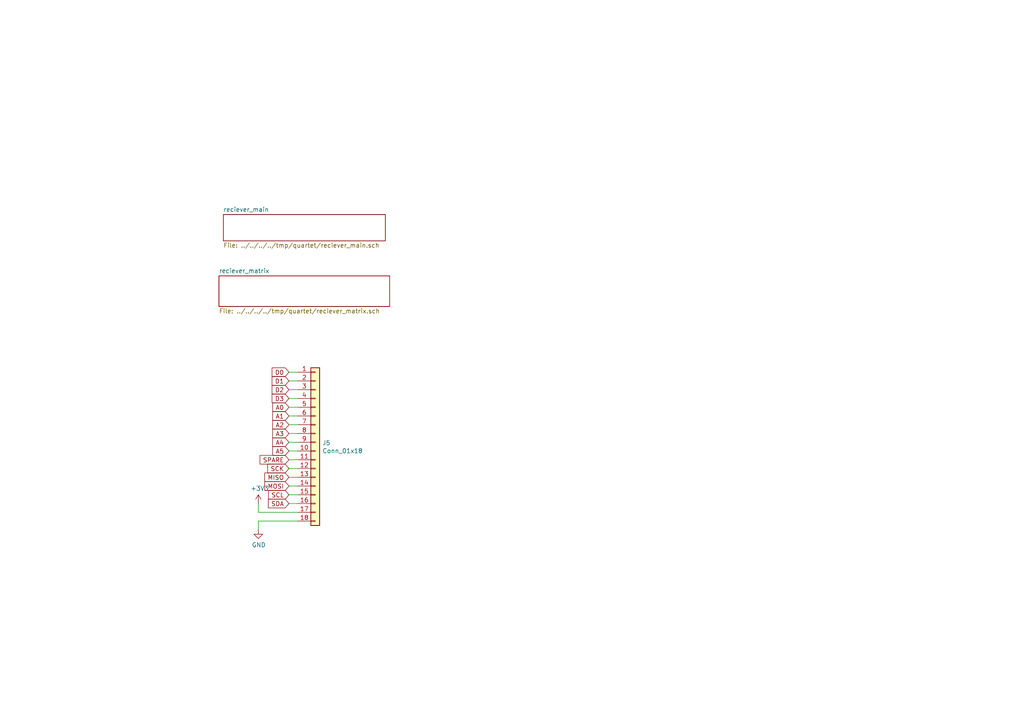
<source format=kicad_sch>
(kicad_sch (version 20230121) (generator eeschema)
  (paper "A4")
  (lib_symbols
    (symbol "Connector_Generic:Conn_01x18" (pin_names (offset 1.016) hide)
      (property "Reference" "J" (at 0 22.86 0))
      (property "Value" "Conn_01x18" (at 0 -25.4 0))
      (symbol "Conn_01x18_1_1"
        (rectangle (start -1.27 -22.733) (end 0 -22.987) (stroke (width 0.1524)))
        (rectangle (start -1.27 -20.193) (end 0 -20.447) (stroke (width 0.1524)))
        (rectangle (start -1.27 -17.653) (end 0 -17.907) (stroke (width 0.1524)))
        (rectangle (start -1.27 -15.113) (end 0 -15.367) (stroke (width 0.1524)))
        (rectangle (start -1.27 -12.573) (end 0 -12.827) (stroke (width 0.1524)))
        (rectangle (start -1.27 -10.033) (end 0 -10.287) (stroke (width 0.1524)))
        (rectangle (start -1.27 -7.493) (end 0 -7.747) (stroke (width 0.1524)))
        (rectangle (start -1.27 -4.953) (end 0 -5.207) (stroke (width 0.1524)))
        (rectangle (start -1.27 -2.413) (end 0 -2.667) (stroke (width 0.1524)))
        (rectangle (start -1.27 0.127) (end 0 -0.127) (stroke (width 0.1524)))
        (rectangle (start -1.27 2.667) (end 0 2.413) (stroke (width 0.1524)))
        (rectangle (start -1.27 5.207) (end 0 4.953) (stroke (width 0.1524)))
        (rectangle (start -1.27 7.747) (end 0 7.493) (stroke (width 0.1524)))
        (rectangle (start -1.27 10.287) (end 0 10.033) (stroke (width 0.1524)))
        (rectangle (start -1.27 12.827) (end 0 12.573) (stroke (width 0.1524)))
        (rectangle (start -1.27 15.367) (end 0 15.113) (stroke (width 0.1524)))
        (rectangle (start -1.27 17.907) (end 0 17.653) (stroke (width 0.1524)))
        (rectangle (start -1.27 20.447) (end 0 20.193) (stroke (width 0.1524)))
        (rectangle (start -1.27 21.59) (end 1.27 -24.13) (stroke (width 0.254)) (fill (type background)))
        (pin passive line (at -5.08 20.32 0) (length 3.81) (name "Pin_1") (number "1"))
        (pin passive line (at -5.08 -2.54 0) (length 3.81) (name "Pin_10") (number "10"))
        (pin passive line (at -5.08 -5.08 0) (length 3.81) (name "Pin_11") (number "11"))
        (pin passive line (at -5.08 -7.62 0) (length 3.81) (name "Pin_12") (number "12"))
        (pin passive line (at -5.08 -10.16 0) (length 3.81) (name "Pin_13") (number "13"))
        (pin passive line (at -5.08 -12.7 0) (length 3.81) (name "Pin_14") (number "14"))
        (pin passive line (at -5.08 -15.24 0) (length 3.81) (name "Pin_15") (number "15"))
        (pin passive line (at -5.08 -17.78 0) (length 3.81) (name "Pin_16") (number "16"))
        (pin passive line (at -5.08 -20.32 0) (length 3.81) (name "Pin_17") (number "17"))
        (pin passive line (at -5.08 -22.86 0) (length 3.81) (name "Pin_18") (number "18"))
        (pin passive line (at -5.08 17.78 0) (length 3.81) (name "Pin_2") (number "2"))
        (pin passive line (at -5.08 15.24 0) (length 3.81) (name "Pin_3") (number "3"))
        (pin passive line (at -5.08 12.7 0) (length 3.81) (name "Pin_4") (number "4"))
        (pin passive line (at -5.08 10.16 0) (length 3.81) (name "Pin_5") (number "5"))
        (pin passive line (at -5.08 7.62 0) (length 3.81) (name "Pin_6") (number "6"))
        (pin passive line (at -5.08 5.08 0) (length 3.81) (name "Pin_7") (number "7"))
        (pin passive line (at -5.08 2.54 0) (length 3.81) (name "Pin_8") (number "8"))
        (pin passive line (at -5.08 0 0) (length 3.81) (name "Pin_9") (number "9"))
      )
    )
    (symbol "power:+3V3" (power) (pin_names (offset 0))
      (property "Value" "+3V3" (at 0 3.556 0))
      (symbol "+3V3_0_1"
        (polyline (pts (xy -0.762 1.27) (xy 0 2.54)))
        (polyline (pts (xy 0 0) (xy 0 2.54)))
        (polyline (pts (xy 0 2.54) (xy 0.762 1.27)))
      )
      (symbol "+3V3_1_1"
        (pin power_in line (at 0 0 90) (length 0) hide (name "+3V3") (number "1"))
      )
    )
    (symbol "power:GND" (power) (pin_names (offset 0))
      (property "Value" "GND" (at 0 -3.81 0))
      (symbol "GND_0_1"
        (polyline (pts (xy 0 0) (xy 0 -1.27) (xy 1.27 -1.27) (xy 0 -2.54) (xy -1.27 -1.27) (xy 0 -1.27)))
      )
      (symbol "GND_1_1"
        (pin power_in line (at 0 0 270) (length 0) hide (name "GND") (number "1"))
      )
    )
  )
  (wire (pts (xy 74.93 151.13) (xy 74.93 153.67)))
  (wire (pts (xy 86.36 130.81) (xy 83.82 130.81)))
  (wire (pts (xy 86.36 115.57) (xy 83.82 115.57)))
  (wire (pts (xy 86.36 120.65) (xy 83.82 120.65)))
  (wire (pts (xy 83.82 118.11) (xy 86.36 118.11)))
  (wire (pts (xy 83.82 140.97) (xy 86.36 140.97)))
  (wire (pts (xy 83.82 143.51) (xy 86.36 143.51)))
  (wire (pts (xy 86.36 110.49) (xy 83.82 110.49)))
  (wire (pts (xy 83.82 133.35) (xy 86.36 133.35)))
  (wire (pts (xy 83.82 128.27) (xy 86.36 128.27)))
  (wire (pts (xy 74.93 148.59) (xy 86.36 148.59)))
  (wire (pts (xy 83.82 107.95) (xy 86.36 107.95)))
  (wire (pts (xy 83.82 135.89) (xy 86.36 135.89)))
  (wire (pts (xy 83.82 146.05) (xy 86.36 146.05)))
  (wire (pts (xy 74.93 148.59) (xy 74.93 146.05)))
  (wire (pts (xy 86.36 125.73) (xy 83.82 125.73)))
  (wire (pts (xy 83.82 113.03) (xy 86.36 113.03)))
  (wire (pts (xy 74.93 151.13) (xy 86.36 151.13)))
  (wire (pts (xy 83.82 138.43) (xy 86.36 138.43)))
  (wire (pts (xy 83.82 123.19) (xy 86.36 123.19)))
  (global_label "SCK" (shape input) (at 83.82 135.89 180) (property "Intersheetrefs" "${INTERSHEET_REFS}" (effects hide)))
  (global_label "SDA" (shape input) (at 83.82 146.05 180) (property "Intersheetrefs" "${INTERSHEET_REFS}" (effects hide)))
  (global_label "D1" (shape input) (at 83.82 110.49 180) (property "Intersheetrefs" "${INTERSHEET_REFS}" (effects hide)))
  (global_label "D3" (shape input) (at 83.82 115.57 180) (property "Intersheetrefs" "${INTERSHEET_REFS}" (effects hide)))
  (global_label "A1" (shape input) (at 83.82 120.65 180) (property "Intersheetrefs" "${INTERSHEET_REFS}" (effects hide)))
  (global_label "D0" (shape input) (at 83.82 107.95 180) (property "Intersheetrefs" "${INTERSHEET_REFS}" (effects hide)))
  (global_label "MISO" (shape input) (at 83.82 138.43 180) (property "Intersheetrefs" "${INTERSHEET_REFS}" (effects hide)))
  (global_label "MOSI" (shape input) (at 83.82 140.97 180) (property "Intersheetrefs" "${INTERSHEET_REFS}" (effects hide)))
  (global_label "A5" (shape input) (at 83.82 130.81 180) (property "Intersheetrefs" "${INTERSHEET_REFS}" (effects hide)))
  (global_label "A0" (shape input) (at 83.82 118.11 180) (property "Intersheetrefs" "${INTERSHEET_REFS}" (effects hide)))
  (global_label "A4" (shape input) (at 83.82 128.27 180) (property "Intersheetrefs" "${INTERSHEET_REFS}" (effects hide)))
  (global_label "SPARE" (shape input) (at 83.82 133.35 180) (property "Intersheetrefs" "${INTERSHEET_REFS}" (effects hide)))
  (global_label "SCL" (shape input) (at 83.82 143.51 180) (property "Intersheetrefs" "${INTERSHEET_REFS}" (effects hide)))
  (global_label "D2" (shape input) (at 83.82 113.03 180) (property "Intersheetrefs" "${INTERSHEET_REFS}" (effects hide)))
  (global_label "A3" (shape input) (at 83.82 125.73 180) (property "Intersheetrefs" "${INTERSHEET_REFS}" (effects hide)))
  (global_label "A2" (shape input) (at 83.82 123.19 180) (property "Intersheetrefs" "${INTERSHEET_REFS}" (effects hide)))
  (symbol (lib_id "Connector_Generic:Conn_01x18") (at 91.44 128.27 0) (unit 1)
    (property "Reference" "J5" (at 93.472 128.4732 0) (effects (justify left)))
    (property "Value" "Conn_01x18" (at 93.472 130.7846 0) (effects (justify left)))
    (property "Footprint" "Connector_PinHeader_2.54mm:PinHeader_1x18_P2.54mm_Vertical" (effects hide))
  )
  (symbol (lib_id "power:GND") (at 74.93 153.67 0) (unit 1)
    (property "Reference" "#PWR0102" (effects hide))
    (property "Value" "GND" (at 75.057 158.0642 0))
  )
  (symbol (lib_id "power:+3V3") (at 74.93 146.05 0) (unit 1)
    (property "Reference" "#PWR?" (effects hide))
    (property "Value" "+3V3" (at 75.311 141.6558 0))
  )
  (sheet (at 64.77 62.23) (size 46.99 7.62)
    (property "Sheetname" "reciever_main" (at 64.77 61.5184 0) (effects (justify left bottom)))
    (property "Sheetfile" "../../../../tmp/quartet/reciever_main.sch" (at 64.77 70.4346 0) (effects (justify left top)))
  )
  (sheet (at 63.5 80.01) (size 49.53 8.89)
    (property "Sheetname" "reciever_matrix" (at 63.5 79.2984 0) (effects (justify left bottom)))
    (property "Sheetfile" "../../../../tmp/quartet/reciever_matrix.sch" (at 63.5 89.4846 0) (effects (justify left top)))
  )
)
</source>
